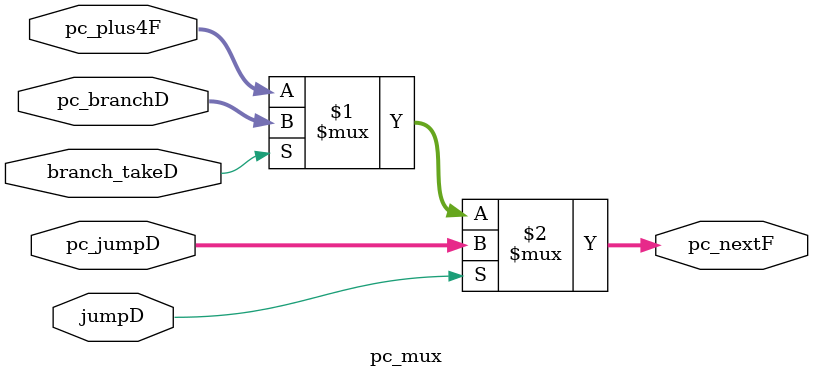
<source format=v>
`timescale 1ns/1ps
module pc_mux(
    // input  wire flushF,
    input  wire jumpD,
    input  wire branch_takeD,
    input  wire[31:0] pc_plus4F,
    input  wire[31:0] pc_branchD,
    // input  wire[31:0] pc_actualM,
    input  wire[31:0] pc_jumpD,

    output wire [31:0] pc_nextF
);

    // assign pc_nextF   = flushF       ? pc_actualM :   // 注意优先级依次降低
    //                     jumpD        ? pc_jumpD   :
    //                     branch_takeD ? pc_branchD :
    //                                    pc_plus4F  ;
    
    assign pc_nextF   = jumpD        ? pc_jumpD   :   // 注意优先级依次降低
                        branch_takeD ? pc_branchD :
                                       pc_plus4F  ;    

endmodule
</source>
